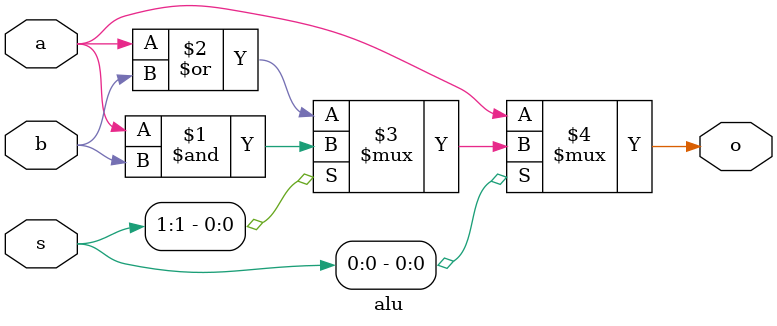
<source format=v>
module alu(output o, input a, b,input [1:0]  s);
  assign o = s[0] ? (s[1] ? a & b : a | b) : a;
endmodule

</source>
